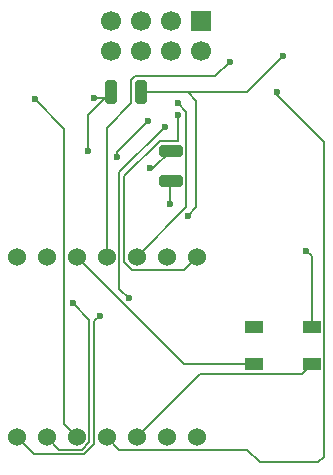
<source format=gbr>
%TF.GenerationSoftware,KiCad,Pcbnew,9.0.7*%
%TF.CreationDate,2026-01-31T17:00:11+00:00*%
%TF.ProjectId,timetable,74696d65-7461-4626-9c65-2e6b69636164,rev?*%
%TF.SameCoordinates,Original*%
%TF.FileFunction,Copper,L2,Bot*%
%TF.FilePolarity,Positive*%
%FSLAX46Y46*%
G04 Gerber Fmt 4.6, Leading zero omitted, Abs format (unit mm)*
G04 Created by KiCad (PCBNEW 9.0.7) date 2026-01-31 17:00:11*
%MOMM*%
%LPD*%
G01*
G04 APERTURE LIST*
G04 Aperture macros list*
%AMRoundRect*
0 Rectangle with rounded corners*
0 $1 Rounding radius*
0 $2 $3 $4 $5 $6 $7 $8 $9 X,Y pos of 4 corners*
0 Add a 4 corners polygon primitive as box body*
4,1,4,$2,$3,$4,$5,$6,$7,$8,$9,$2,$3,0*
0 Add four circle primitives for the rounded corners*
1,1,$1+$1,$2,$3*
1,1,$1+$1,$4,$5*
1,1,$1+$1,$6,$7*
1,1,$1+$1,$8,$9*
0 Add four rect primitives between the rounded corners*
20,1,$1+$1,$2,$3,$4,$5,0*
20,1,$1+$1,$4,$5,$6,$7,0*
20,1,$1+$1,$6,$7,$8,$9,0*
20,1,$1+$1,$8,$9,$2,$3,0*%
G04 Aperture macros list end*
%TA.AperFunction,ComponentPad*%
%ADD10C,1.524000*%
%TD*%
%TA.AperFunction,ComponentPad*%
%ADD11R,1.700000X1.700000*%
%TD*%
%TA.AperFunction,ComponentPad*%
%ADD12C,1.700000*%
%TD*%
%TA.AperFunction,SMDPad,CuDef*%
%ADD13R,1.500000X1.000000*%
%TD*%
%TA.AperFunction,SMDPad,CuDef*%
%ADD14RoundRect,0.250000X0.250000X0.750000X-0.250000X0.750000X-0.250000X-0.750000X0.250000X-0.750000X0*%
%TD*%
%TA.AperFunction,SMDPad,CuDef*%
%ADD15RoundRect,0.250000X0.750000X-0.250000X0.750000X0.250000X-0.750000X0.250000X-0.750000X-0.250000X0*%
%TD*%
%TA.AperFunction,ViaPad*%
%ADD16C,0.600000*%
%TD*%
%TA.AperFunction,Conductor*%
%ADD17C,0.200000*%
%TD*%
G04 APERTURE END LIST*
D10*
%TO.P,U1,1,GPIO26/ADC0/A0*%
%TO.N,cs*%
X193000000Y-57240000D03*
%TO.P,U1,2,GPIO27/ADC1/A1*%
%TO.N,sda{slash}din*%
X195540000Y-57240000D03*
%TO.P,U1,3,GPIO28/ADC2/A2*%
%TO.N,b1*%
X198080000Y-57240000D03*
%TO.P,U1,4,GPIO29/ADC3/A3*%
%TO.N,b2*%
X200620000Y-57240000D03*
%TO.P,U1,5,GPIO6/SDA*%
%TO.N,Net-(D1-DIN)*%
X203160000Y-57240000D03*
%TO.P,U1,6,GPIO7/SCL*%
%TO.N,unconnected-(U1-GPIO7{slash}SCL-Pad6)*%
X205700000Y-57240000D03*
%TO.P,U1,7,GPIO0/TX*%
%TO.N,b3*%
X208240000Y-57240000D03*
%TO.P,U1,8,GPIO1/RX*%
%TO.N,res*%
X208240000Y-42000000D03*
%TO.P,U1,9,GPIO2/SCK*%
%TO.N,scl{slash}clk*%
X205700000Y-42000000D03*
%TO.P,U1,10,GPIO4/MISO*%
%TO.N,d{slash}c*%
X203160000Y-42000000D03*
%TO.P,U1,11,GPIO3/MOSI*%
%TO.N,busy*%
X200620000Y-42000000D03*
%TO.P,U1,12,3V3*%
%TO.N,+3.3V*%
X198080000Y-42000000D03*
%TO.P,U1,13,GND*%
%TO.N,GND*%
X195540000Y-42000000D03*
%TO.P,U1,14,VBUS*%
%TO.N,unconnected-(U1-VBUS-Pad14)*%
X193000000Y-42000000D03*
%TD*%
D11*
%TO.P,J2,1,Pin_1*%
%TO.N,busy*%
X208580000Y-22000000D03*
D12*
%TO.P,J2,2,Pin_2*%
%TO.N,res*%
X208580000Y-24540000D03*
%TO.P,J2,3,Pin_3*%
%TO.N,d{slash}c*%
X206040000Y-22000000D03*
%TO.P,J2,4,Pin_4*%
%TO.N,cs*%
X206040000Y-24540000D03*
%TO.P,J2,5,Pin_5*%
%TO.N,scl{slash}clk*%
X203500000Y-22000000D03*
%TO.P,J2,6,Pin_6*%
%TO.N,sda{slash}din*%
X203500000Y-24540000D03*
%TO.P,J2,7,Pin_7*%
%TO.N,+3.3V*%
X200960000Y-22000000D03*
%TO.P,J2,8,Pin_8*%
%TO.N,GND*%
X200960000Y-24540000D03*
%TD*%
D13*
%TO.P,D1,1,VSS*%
%TO.N,GND*%
X217950000Y-47900000D03*
%TO.P,D1,2,DIN*%
%TO.N,Net-(D1-DIN)*%
X217950000Y-51100000D03*
%TO.P,D1,3,VDD*%
%TO.N,+3.3V*%
X213050000Y-51100000D03*
%TO.P,D1,4,DOUT*%
%TO.N,unconnected-(D1-DOUT-Pad4)*%
X213050000Y-47900000D03*
%TD*%
D14*
%TO.P,B-,1,Pin_1*%
%TO.N,GND*%
X200950000Y-28000000D03*
%TD*%
D15*
%TO.P,P+,1,Pin_1*%
%TO.N,Net-(B+1-Pin_1)*%
X206040000Y-35550000D03*
%TD*%
%TO.P,P-,1,Pin_1*%
%TO.N,GND*%
X206040000Y-33000000D03*
%TD*%
D14*
%TO.P,B+,1,Pin_1*%
%TO.N,Net-(B+1-Pin_1)*%
X203500000Y-28000000D03*
%TD*%
D16*
%TO.N,cs*%
X200000000Y-47000000D03*
X202500000Y-45500000D03*
X205500000Y-31000000D03*
%TO.N,sda{slash}din*%
X197732765Y-45884235D03*
%TO.N,res*%
X206640000Y-30000000D03*
%TO.N,d{slash}c*%
X206640000Y-29000000D03*
%TO.N,busy*%
X211000000Y-25500000D03*
%TO.N,b1*%
X194500000Y-28625000D03*
%TO.N,b2*%
X215000000Y-28000000D03*
%TO.N,GND*%
X217500000Y-41500000D03*
X201500000Y-33500000D03*
X204289000Y-34500000D03*
X204100000Y-30500000D03*
X199000000Y-33000000D03*
X199500000Y-28500000D03*
X206040000Y-33000000D03*
%TO.N,Net-(B+1-Pin_1)*%
X206000000Y-37500000D03*
X215500000Y-25000000D03*
X207500000Y-38500000D03*
%TD*%
D17*
%TO.N,+3.3V*%
X207180000Y-51100000D02*
X198080000Y-42000000D01*
X213050000Y-51100000D02*
X207180000Y-51100000D01*
X213050000Y-51050000D02*
X213000000Y-51000000D01*
%TO.N,cs*%
X194464000Y-58704000D02*
X193000000Y-57240000D01*
X201683000Y-34817000D02*
X201683000Y-44683000D01*
X201683000Y-44683000D02*
X202500000Y-45500000D01*
X205500000Y-31000000D02*
X201683000Y-34817000D01*
X199544000Y-57846410D02*
X198686410Y-58704000D01*
X198686410Y-58704000D02*
X194464000Y-58704000D01*
X199544000Y-47456000D02*
X199544000Y-57846410D01*
X200000000Y-47000000D02*
X199544000Y-47456000D01*
%TO.N,sda{slash}din*%
X196603000Y-58303000D02*
X195540000Y-57240000D01*
X198520310Y-58303000D02*
X196603000Y-58303000D01*
X199143000Y-47294470D02*
X199143000Y-57680310D01*
X197732765Y-45884235D02*
X199143000Y-47294470D01*
X199143000Y-57680310D02*
X198520310Y-58303000D01*
%TO.N,res*%
X202097000Y-42440310D02*
X202719690Y-43063000D01*
X207177000Y-43063000D02*
X208240000Y-42000000D01*
X202719690Y-43063000D02*
X207177000Y-43063000D01*
X206640000Y-32140000D02*
X205113840Y-32140000D01*
X206640000Y-30000000D02*
X206640000Y-32140000D01*
X205113840Y-32140000D02*
X202097000Y-35156840D01*
X202097000Y-35156840D02*
X202097000Y-42440310D01*
%TO.N,d{slash}c*%
X203160000Y-41990057D02*
X203160000Y-42000000D01*
X203000000Y-42160000D02*
X203160000Y-42000000D01*
X207341000Y-37809057D02*
X203160000Y-41990057D01*
X206640000Y-29000000D02*
X207341000Y-29701000D01*
X207341000Y-29701000D02*
X207341000Y-37809057D01*
%TO.N,busy*%
X202699000Y-28985160D02*
X200620000Y-31064160D01*
X211000000Y-25500000D02*
X209801000Y-26699000D01*
X203014840Y-26699000D02*
X202699000Y-27014840D01*
X202699000Y-27014840D02*
X202699000Y-28985160D01*
X209801000Y-26699000D02*
X203014840Y-26699000D01*
X200620000Y-31064160D02*
X200620000Y-42000000D01*
%TO.N,b1*%
X197017000Y-56177000D02*
X198080000Y-57240000D01*
X194500000Y-28625000D02*
X197017000Y-31142000D01*
X197017000Y-31142000D02*
X197017000Y-56177000D01*
%TO.N,b2*%
X212500000Y-58303000D02*
X212599000Y-58303000D01*
X213596000Y-59399000D02*
X218500000Y-59399000D01*
X212500000Y-58303000D02*
X213596000Y-59399000D01*
X218500000Y-59399000D02*
X219001000Y-58898000D01*
X219001000Y-32258785D02*
X215000000Y-28257785D01*
X201683000Y-58303000D02*
X212500000Y-58303000D01*
X215000000Y-28257785D02*
X215000000Y-28000000D01*
X219001000Y-58898000D02*
X219001000Y-32258785D01*
X200620000Y-57240000D02*
X201683000Y-58303000D01*
%TO.N,GND*%
X200450000Y-28500000D02*
X200950000Y-28000000D01*
X204289000Y-34500000D02*
X204540000Y-34500000D01*
X201500000Y-33500000D02*
X201500000Y-33100000D01*
X204540000Y-34500000D02*
X206040000Y-33000000D01*
X217950000Y-47900000D02*
X217950000Y-41950000D01*
X217950000Y-41950000D02*
X217500000Y-41500000D01*
X201500000Y-33100000D02*
X204100000Y-30500000D01*
X199500000Y-28500000D02*
X200450000Y-28500000D01*
X200950000Y-28000000D02*
X199000000Y-29950000D01*
X199000000Y-29950000D02*
X199000000Y-33000000D01*
%TO.N,Net-(D1-DIN)*%
X208499000Y-51901000D02*
X203160000Y-57240000D01*
X217950000Y-51100000D02*
X217149000Y-51901000D01*
X217149000Y-51901000D02*
X208499000Y-51901000D01*
%TO.N,Net-(B+1-Pin_1)*%
X203500000Y-28000000D02*
X207449943Y-28000000D01*
X203500000Y-28000000D02*
X212500000Y-28000000D01*
X206000000Y-35590000D02*
X206040000Y-35550000D01*
X208201000Y-28751057D02*
X208201000Y-37799000D01*
X206000000Y-37500000D02*
X206000000Y-35590000D01*
X212500000Y-28000000D02*
X215500000Y-25000000D01*
X207449943Y-28000000D02*
X208201000Y-28751057D01*
X208201000Y-37799000D02*
X207500000Y-38500000D01*
%TD*%
M02*

</source>
